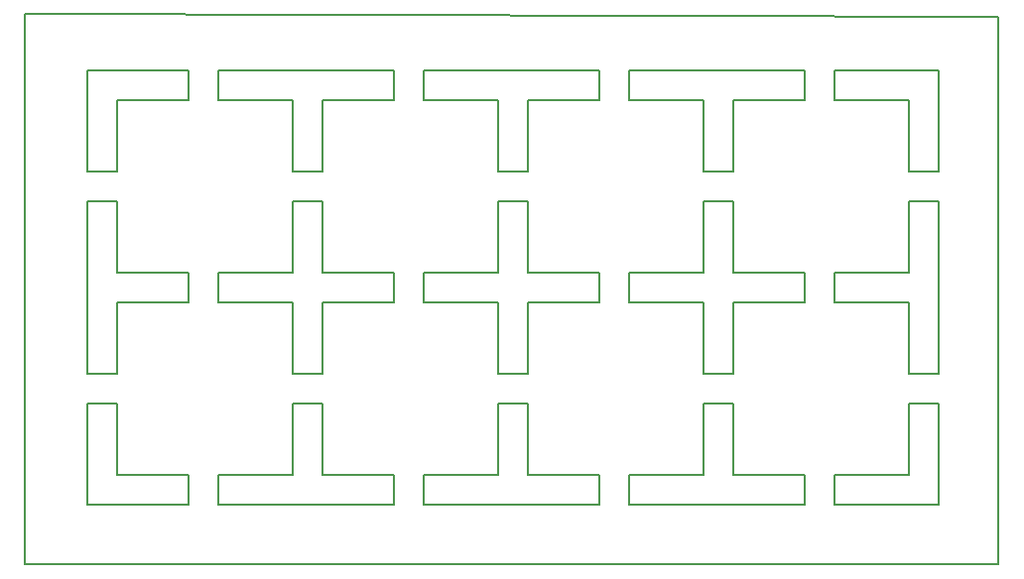
<source format=gm1>
G04 #@! TF.FileFunction,Profile,NP*
%FSLAX46Y46*%
G04 Gerber Fmt 4.6, Leading zero omitted, Abs format (unit mm)*
G04 Created by KiCad (PCBNEW 4.0.5+dfsg1-4) date Sat May  5 18:48:22 2018*
%MOMM*%
%LPD*%
G01*
G04 APERTURE LIST*
%ADD10C,0.100000*%
%ADD11C,0.150000*%
G04 APERTURE END LIST*
D10*
D11*
X132842000Y-144780000D02*
X215900000Y-144780000D01*
X132842000Y-97790000D02*
X132842000Y-144780000D01*
X215900000Y-98044000D02*
X132842000Y-97790000D01*
X215900000Y-144780000D02*
X215900000Y-98044000D01*
X210820000Y-113792000D02*
X210820000Y-128524000D01*
X210820000Y-102616000D02*
X210820000Y-111252000D01*
X201930000Y-102616000D02*
X210820000Y-102616000D01*
X184404000Y-102616000D02*
X199390000Y-102616000D01*
X166878000Y-102616000D02*
X181864000Y-102616000D01*
X149352000Y-102616000D02*
X164338000Y-102616000D01*
X146812000Y-102616000D02*
X138176000Y-102616000D01*
X138176000Y-111252000D02*
X138176000Y-102616000D01*
X138176000Y-128524000D02*
X138176000Y-113792000D01*
X138176000Y-139700000D02*
X138176000Y-131064000D01*
X146812000Y-139700000D02*
X138176000Y-139700000D01*
X164338000Y-139700000D02*
X149352000Y-139700000D01*
X181864000Y-139700000D02*
X166878000Y-139700000D01*
X199390000Y-139700000D02*
X184404000Y-139700000D01*
X210820000Y-139700000D02*
X201930000Y-139700000D01*
X210820000Y-131064000D02*
X210820000Y-139700000D01*
X193294000Y-122428000D02*
X193294000Y-128524000D01*
X190754000Y-122428000D02*
X184404000Y-122428000D01*
X190754000Y-122428000D02*
X190754000Y-128524000D01*
X208280000Y-122428000D02*
X208280000Y-128524000D01*
X199390000Y-122428000D02*
X193294000Y-122428000D01*
X208280000Y-122428000D02*
X201930000Y-122428000D01*
X208280000Y-137160000D02*
X201930000Y-137160000D01*
X208280000Y-131064000D02*
X208280000Y-137160000D01*
X190754000Y-131064000D02*
X190754000Y-137160000D01*
X199390000Y-137160000D02*
X193294000Y-137160000D01*
X190754000Y-137160000D02*
X184404000Y-137160000D01*
X193294000Y-131064000D02*
X193294000Y-137160000D01*
X181864000Y-137160000D02*
X175768000Y-137160000D01*
X175768000Y-131064000D02*
X175768000Y-137160000D01*
X173228000Y-131064000D02*
X173228000Y-137160000D01*
X173228000Y-137160000D02*
X166878000Y-137160000D01*
X164338000Y-137160000D02*
X158242000Y-137160000D01*
X175768000Y-122428000D02*
X175768000Y-128524000D01*
X181864000Y-122428000D02*
X175768000Y-122428000D01*
X173228000Y-122428000D02*
X173228000Y-128524000D01*
X173228000Y-122428000D02*
X166878000Y-122428000D01*
X164338000Y-122428000D02*
X158242000Y-122428000D01*
X158242000Y-122428000D02*
X158242000Y-128524000D01*
X146812000Y-137160000D02*
X140716000Y-137160000D01*
X140716000Y-131064000D02*
X140716000Y-137160000D01*
X146812000Y-122428000D02*
X140716000Y-122428000D01*
X140716000Y-122428000D02*
X140716000Y-128524000D01*
X158242000Y-131064000D02*
X158242000Y-137160000D01*
X155702000Y-137160000D02*
X149352000Y-137160000D01*
X155702000Y-131064000D02*
X155702000Y-137160000D01*
X155702000Y-122428000D02*
X155702000Y-128524000D01*
X155702000Y-122428000D02*
X149352000Y-122428000D01*
X193294000Y-113792000D02*
X193294000Y-119888000D01*
X199390000Y-119888000D02*
X193294000Y-119888000D01*
X190754000Y-113792000D02*
X190754000Y-119888000D01*
X190754000Y-119888000D02*
X184404000Y-119888000D01*
X208280000Y-113792000D02*
X208280000Y-119888000D01*
X208280000Y-119888000D02*
X201930000Y-119888000D01*
X208280000Y-105156000D02*
X201930000Y-105156000D01*
X208280000Y-105156000D02*
X208280000Y-111252000D01*
X175768000Y-105156000D02*
X175768000Y-111252000D01*
X181864000Y-105156000D02*
X175768000Y-105156000D01*
X175768000Y-113792000D02*
X175768000Y-119888000D01*
X181864000Y-119888000D02*
X175768000Y-119888000D01*
X199390000Y-105156000D02*
X193294000Y-105156000D01*
X193294000Y-105156000D02*
X193294000Y-111252000D01*
X190754000Y-105156000D02*
X190754000Y-111252000D01*
X190754000Y-105156000D02*
X184404000Y-105156000D01*
X164338000Y-119888000D02*
X158242000Y-119888000D01*
X158242000Y-113792000D02*
X158242000Y-119888000D01*
X173228000Y-113792000D02*
X173228000Y-119888000D01*
X173228000Y-119888000D02*
X166878000Y-119888000D01*
X173228000Y-105156000D02*
X166878000Y-105156000D01*
X164338000Y-105156000D02*
X158242000Y-105156000D01*
X158242000Y-105156000D02*
X158242000Y-111252000D01*
X173228000Y-105156000D02*
X173228000Y-111252000D01*
X155702000Y-105156000D02*
X149352000Y-105156000D01*
X146812000Y-105156000D02*
X140716000Y-105156000D01*
X140716000Y-113792000D02*
X140716000Y-119888000D01*
X140716000Y-105156000D02*
X140716000Y-111252000D01*
X155702000Y-105156000D02*
X155702000Y-111252000D01*
X155702000Y-119888000D02*
X149352000Y-119888000D01*
X155702000Y-113792000D02*
X155702000Y-119888000D01*
X146812000Y-119888000D02*
X140716000Y-119888000D01*
X184404000Y-137160000D02*
X184404000Y-139700000D01*
X181864000Y-139700000D02*
X181864000Y-137160000D01*
X190754000Y-128524000D02*
X193294000Y-128524000D01*
X193294000Y-131064000D02*
X190754000Y-131064000D01*
X201930000Y-137160000D02*
X201930000Y-139700000D01*
X199390000Y-139700000D02*
X199390000Y-137160000D01*
X208280000Y-128524000D02*
X210820000Y-128524000D01*
X210820000Y-131064000D02*
X208280000Y-131064000D01*
X201930000Y-119888000D02*
X201930000Y-122428000D01*
X199390000Y-122428000D02*
X199390000Y-119888000D01*
X173228000Y-128524000D02*
X175768000Y-128524000D01*
X175768000Y-131064000D02*
X173228000Y-131064000D01*
X155702000Y-128524000D02*
X158242000Y-128524000D01*
X158242000Y-131064000D02*
X155702000Y-131064000D01*
X149352000Y-137160000D02*
X149352000Y-139700000D01*
X146812000Y-139700000D02*
X146812000Y-137160000D01*
X138176000Y-128524000D02*
X140716000Y-128524000D01*
X140716000Y-131064000D02*
X138176000Y-131064000D01*
X166878000Y-137160000D02*
X166878000Y-139700000D01*
X164338000Y-139700000D02*
X164338000Y-137160000D01*
X201930000Y-102616000D02*
X201930000Y-105156000D01*
X199390000Y-105156000D02*
X199390000Y-102616000D01*
X190754000Y-111252000D02*
X193294000Y-111252000D01*
X193294000Y-113792000D02*
X190754000Y-113792000D01*
X184404000Y-119888000D02*
X184404000Y-122428000D01*
X181864000Y-122428000D02*
X181864000Y-119888000D01*
X184404000Y-102616000D02*
X184404000Y-105156000D01*
X181864000Y-105156000D02*
X181864000Y-102616000D01*
X208280000Y-111252000D02*
X210820000Y-111252000D01*
X210820000Y-113792000D02*
X208280000Y-113792000D01*
X166878000Y-102616000D02*
X166878000Y-105156000D01*
X164338000Y-105156000D02*
X164338000Y-102616000D01*
X173228000Y-111252000D02*
X175768000Y-111252000D01*
X175768000Y-113792000D02*
X173228000Y-113792000D01*
X166878000Y-119888000D02*
X166878000Y-122428000D01*
X164338000Y-122428000D02*
X164338000Y-119888000D01*
X149352000Y-102616000D02*
X149352000Y-105156000D01*
X146812000Y-105156000D02*
X146812000Y-102616000D01*
X138176000Y-111252000D02*
X140716000Y-111252000D01*
X140716000Y-113792000D02*
X138176000Y-113792000D01*
X155702000Y-111252000D02*
X158242000Y-111252000D01*
X158242000Y-113792000D02*
X155702000Y-113792000D01*
X149352000Y-119888000D02*
X149352000Y-122428000D01*
X146812000Y-122428000D02*
X146812000Y-119888000D01*
M02*

</source>
